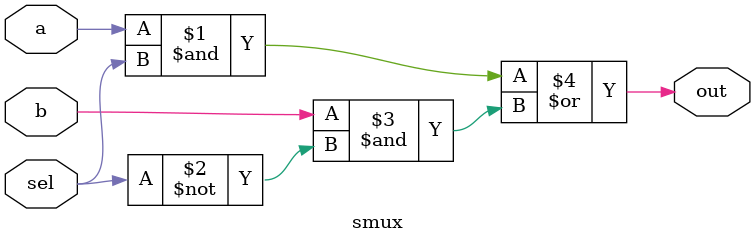
<source format=v>
`timescale 1ns / 1ps


module smux(
    input a,
    input b,
    input sel,
    output out
    );
    
    assign out = (a&sel) | (b&(~sel));
endmodule

</source>
